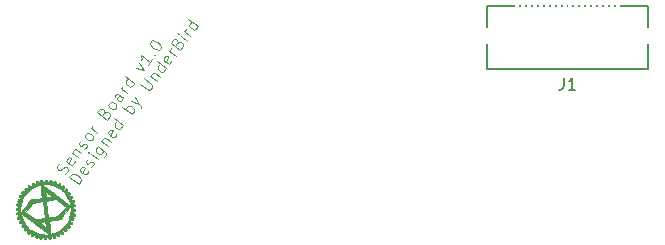
<source format=gto>
G04 #@! TF.GenerationSoftware,KiCad,Pcbnew,(5.1.6)-1*
G04 #@! TF.CreationDate,2021-05-12T18:04:34+09:00*
G04 #@! TF.ProjectId,FollowingSensor1.0,466f6c6c-6f77-4696-9e67-53656e736f72,rev?*
G04 #@! TF.SameCoordinates,Original*
G04 #@! TF.FileFunction,Legend,Top*
G04 #@! TF.FilePolarity,Positive*
%FSLAX46Y46*%
G04 Gerber Fmt 4.6, Leading zero omitted, Abs format (unit mm)*
G04 Created by KiCad (PCBNEW (5.1.6)-1) date 2021-05-12 18:04:34*
%MOMM*%
%LPD*%
G01*
G04 APERTURE LIST*
%ADD10C,0.100000*%
%ADD11C,0.010000*%
%ADD12C,0.150000*%
%ADD13R,0.400000X1.100000*%
%ADD14R,2.100000X1.400000*%
G04 APERTURE END LIST*
D10*
X108617504Y-94365575D02*
X107818868Y-93763760D01*
X107962158Y-93573609D01*
X108086162Y-93488176D01*
X108219538Y-93469431D01*
X108324256Y-93488717D01*
X108505035Y-93565318D01*
X108619126Y-93651291D01*
X108742589Y-93803953D01*
X108789992Y-93899299D01*
X108808737Y-94032675D01*
X108760793Y-94175424D01*
X108617504Y-94365575D01*
X109410552Y-93234040D02*
X109391266Y-93338758D01*
X109276635Y-93490879D01*
X109181289Y-93538282D01*
X109076570Y-93518997D01*
X108772328Y-93289734D01*
X108724926Y-93194388D01*
X108744211Y-93089669D01*
X108858842Y-92937548D01*
X108954188Y-92890146D01*
X109058907Y-92909431D01*
X109134967Y-92966747D01*
X108924449Y-93404365D01*
X109668472Y-92891768D02*
X109763818Y-92844365D01*
X109878450Y-92692244D01*
X109897735Y-92587525D01*
X109850332Y-92492179D01*
X109812302Y-92463522D01*
X109707584Y-92444236D01*
X109612238Y-92491639D01*
X109526264Y-92605730D01*
X109430918Y-92653132D01*
X109326200Y-92633847D01*
X109288170Y-92605189D01*
X109240767Y-92509843D01*
X109260052Y-92405125D01*
X109346026Y-92291034D01*
X109441372Y-92243631D01*
X110222344Y-92235881D02*
X109689920Y-91834671D01*
X109423708Y-91634066D02*
X109433081Y-91700754D01*
X109499769Y-91691381D01*
X109490397Y-91624693D01*
X109423708Y-91634066D01*
X109499769Y-91691381D01*
X110234420Y-91112096D02*
X110880934Y-91599279D01*
X110928337Y-91694625D01*
X110937709Y-91761313D01*
X110918424Y-91866032D01*
X110832450Y-91980122D01*
X110737104Y-92027525D01*
X110728813Y-91484648D02*
X110709528Y-91589366D01*
X110594896Y-91741487D01*
X110499550Y-91788890D01*
X110432862Y-91798262D01*
X110328144Y-91778977D01*
X110099962Y-91607030D01*
X110052559Y-91511684D01*
X110043187Y-91444996D01*
X110062472Y-91340277D01*
X110177104Y-91188156D01*
X110272450Y-91140753D01*
X110520998Y-90731793D02*
X111053422Y-91133003D01*
X110597059Y-90789109D02*
X110587686Y-90722421D01*
X110606972Y-90617702D01*
X110692945Y-90503611D01*
X110788291Y-90456209D01*
X110893010Y-90475494D01*
X111311343Y-90790731D01*
X111789154Y-90077528D02*
X111769868Y-90182246D01*
X111655237Y-90334368D01*
X111559891Y-90381770D01*
X111455173Y-90362485D01*
X111150930Y-90133222D01*
X111103528Y-90037876D01*
X111122813Y-89933158D01*
X111237445Y-89781036D01*
X111332791Y-89733634D01*
X111437509Y-89752919D01*
X111513570Y-89810235D01*
X111303052Y-90247853D01*
X112371683Y-89383611D02*
X111573048Y-88781796D01*
X112333653Y-89354953D02*
X112314368Y-89459671D01*
X112199736Y-89611793D01*
X112104390Y-89659195D01*
X112037702Y-89668568D01*
X111932984Y-89649282D01*
X111704802Y-89477335D01*
X111657399Y-89381989D01*
X111648027Y-89315301D01*
X111667313Y-89210583D01*
X111781944Y-89058461D01*
X111877290Y-89011059D01*
X113116788Y-88394824D02*
X112318152Y-87793009D01*
X112622394Y-88022272D02*
X112641680Y-87917554D01*
X112756311Y-87765433D01*
X112851657Y-87718030D01*
X112918345Y-87708657D01*
X113023064Y-87727943D01*
X113251245Y-87899890D01*
X113298648Y-87995236D01*
X113308020Y-88061924D01*
X113288735Y-88166643D01*
X113174103Y-88318764D01*
X113078757Y-88366166D01*
X113071548Y-87347100D02*
X113747261Y-87558158D01*
X113358126Y-86966797D02*
X113747261Y-87558158D01*
X113880096Y-87777508D01*
X113889469Y-87844196D01*
X113870183Y-87948915D01*
X113779703Y-85853466D02*
X114426217Y-86340649D01*
X114530936Y-86359935D01*
X114597624Y-86350562D01*
X114692970Y-86303160D01*
X114807601Y-86151039D01*
X114826887Y-86046320D01*
X114817514Y-85979632D01*
X114770112Y-85884286D01*
X114123597Y-85397103D01*
X114676388Y-85217405D02*
X115208811Y-85618615D01*
X114752448Y-85274721D02*
X114743076Y-85208033D01*
X114762361Y-85103314D01*
X114848335Y-84989223D01*
X114943681Y-84941821D01*
X115048399Y-84961106D01*
X115466732Y-85276343D01*
X116011231Y-84553768D02*
X115212596Y-83951953D01*
X115973201Y-84525110D02*
X115953916Y-84629828D01*
X115839284Y-84781949D01*
X115743938Y-84829352D01*
X115677250Y-84838724D01*
X115572532Y-84819439D01*
X115344350Y-84647492D01*
X115296947Y-84552146D01*
X115287575Y-84485458D01*
X115306861Y-84380739D01*
X115421492Y-84228618D01*
X115516838Y-84181215D01*
X116489043Y-83840565D02*
X116469757Y-83945283D01*
X116355126Y-84097404D01*
X116259780Y-84144807D01*
X116155061Y-84125522D01*
X115850819Y-83896259D01*
X115803417Y-83800913D01*
X115822702Y-83696194D01*
X115937333Y-83544073D01*
X116032679Y-83496671D01*
X116137398Y-83515956D01*
X116213458Y-83573272D01*
X116002940Y-84010890D01*
X116813651Y-83488920D02*
X116281228Y-83087710D01*
X116433349Y-83202342D02*
X116385946Y-83106996D01*
X116376574Y-83040308D01*
X116395859Y-82935589D01*
X116453175Y-82859529D01*
X116968476Y-82413079D02*
X117092480Y-82327646D01*
X117159168Y-82318273D01*
X117263886Y-82337559D01*
X117377977Y-82423532D01*
X117425379Y-82518878D01*
X117434752Y-82585566D01*
X117415466Y-82690285D01*
X117186204Y-82994527D01*
X116387568Y-82392712D01*
X116588173Y-82126500D01*
X116683519Y-82079097D01*
X116750207Y-82069725D01*
X116854926Y-82089010D01*
X116930986Y-82146326D01*
X116978389Y-82241672D01*
X116987761Y-82308360D01*
X116968476Y-82413079D01*
X116767871Y-82679290D01*
X117788019Y-82195891D02*
X117255595Y-81794681D01*
X116989383Y-81594076D02*
X116998755Y-81660764D01*
X117065444Y-81651392D01*
X117056071Y-81584704D01*
X116989383Y-81594076D01*
X117065444Y-81651392D01*
X118074597Y-81815589D02*
X117542173Y-81414379D01*
X117694295Y-81529010D02*
X117646892Y-81433664D01*
X117637519Y-81366976D01*
X117656805Y-81262258D01*
X117714121Y-81186197D01*
X118705070Y-80978923D02*
X117906435Y-80377108D01*
X118667040Y-80950265D02*
X118647754Y-81054983D01*
X118533123Y-81207105D01*
X118437777Y-81254507D01*
X118371089Y-81263880D01*
X118266370Y-81244594D01*
X118038189Y-81072647D01*
X117990786Y-80977301D01*
X117981414Y-80910613D01*
X118000699Y-80805895D01*
X118115331Y-80653773D01*
X118210677Y-80606371D01*
X107433037Y-93538030D02*
X107557041Y-93452597D01*
X107700330Y-93262446D01*
X107719616Y-93157727D01*
X107710243Y-93091039D01*
X107662841Y-92995693D01*
X107586780Y-92938378D01*
X107482062Y-92919092D01*
X107415374Y-92928464D01*
X107320028Y-92975867D01*
X107167366Y-93099330D01*
X107072020Y-93146733D01*
X107005332Y-93156105D01*
X106900613Y-93136820D01*
X106824553Y-93079504D01*
X106777150Y-92984158D01*
X106767778Y-92917470D01*
X106787063Y-92812752D01*
X106930353Y-92622600D01*
X107054356Y-92537167D01*
X108264115Y-92435152D02*
X108244830Y-92539871D01*
X108130198Y-92691992D01*
X108034852Y-92739394D01*
X107930134Y-92720109D01*
X107625892Y-92490846D01*
X107578489Y-92395500D01*
X107597774Y-92290782D01*
X107712406Y-92138661D01*
X107807752Y-92091258D01*
X107912470Y-92110543D01*
X107988531Y-92167859D01*
X107778013Y-92605478D01*
X108056300Y-91682298D02*
X108588724Y-92083508D01*
X108132361Y-91739613D02*
X108122988Y-91672925D01*
X108142274Y-91568207D01*
X108228247Y-91454116D01*
X108323593Y-91406713D01*
X108428312Y-91425999D01*
X108846645Y-91741235D01*
X109066535Y-91370305D02*
X109161881Y-91322902D01*
X109276512Y-91170781D01*
X109295798Y-91066063D01*
X109248395Y-90970717D01*
X109210365Y-90942059D01*
X109105647Y-90922774D01*
X109010301Y-90970176D01*
X108924327Y-91084267D01*
X108828981Y-91131670D01*
X108724263Y-91112384D01*
X108686232Y-91083726D01*
X108638830Y-90988380D01*
X108658115Y-90883662D01*
X108744089Y-90769571D01*
X108839435Y-90722169D01*
X109706380Y-90600327D02*
X109611034Y-90647730D01*
X109544346Y-90657102D01*
X109439628Y-90637817D01*
X109211446Y-90465870D01*
X109164044Y-90370524D01*
X109154671Y-90303836D01*
X109173957Y-90199117D01*
X109259930Y-90085027D01*
X109355276Y-90037624D01*
X109421964Y-90028251D01*
X109526683Y-90047537D01*
X109754864Y-90219484D01*
X109802267Y-90314830D01*
X109811639Y-90381518D01*
X109792354Y-90486237D01*
X109706380Y-90600327D01*
X110164906Y-89991843D02*
X109632482Y-89590633D01*
X109784603Y-89705265D02*
X109737201Y-89609919D01*
X109727828Y-89543230D01*
X109747114Y-89438512D01*
X109804429Y-89362452D01*
X110778256Y-88307517D02*
X110902260Y-88222084D01*
X110968948Y-88212712D01*
X111073666Y-88231997D01*
X111187757Y-88317971D01*
X111235160Y-88413317D01*
X111244532Y-88480005D01*
X111225247Y-88584723D01*
X110995984Y-88888966D01*
X110197348Y-88287151D01*
X110397953Y-88020939D01*
X110493299Y-87973536D01*
X110559987Y-87964164D01*
X110664706Y-87983449D01*
X110740766Y-88040765D01*
X110788169Y-88136111D01*
X110797541Y-88202799D01*
X110778256Y-88307517D01*
X110577651Y-88573729D01*
X111683772Y-87976239D02*
X111588427Y-88023642D01*
X111521738Y-88033014D01*
X111417020Y-88013729D01*
X111188838Y-87841782D01*
X111141436Y-87746436D01*
X111132063Y-87679748D01*
X111151349Y-87575029D01*
X111237322Y-87460938D01*
X111332668Y-87413536D01*
X111399356Y-87404163D01*
X111504075Y-87423449D01*
X111732256Y-87595396D01*
X111779659Y-87690742D01*
X111789032Y-87757430D01*
X111769746Y-87862148D01*
X111683772Y-87976239D01*
X112400219Y-87025483D02*
X111981886Y-86710246D01*
X111877168Y-86690961D01*
X111781822Y-86738363D01*
X111667190Y-86890484D01*
X111647905Y-86995203D01*
X112362189Y-86996825D02*
X112342903Y-87101543D01*
X112199614Y-87291695D01*
X112104268Y-87339097D01*
X111999550Y-87319812D01*
X111923489Y-87262496D01*
X111876086Y-87167150D01*
X111895372Y-87062432D01*
X112038661Y-86872280D01*
X112057947Y-86767562D01*
X112686798Y-86645180D02*
X112154374Y-86243970D01*
X112306495Y-86358601D02*
X112259092Y-86263255D01*
X112249720Y-86196567D01*
X112269005Y-86091849D01*
X112326321Y-86015788D01*
X113317270Y-85808514D02*
X112518635Y-85206699D01*
X113279240Y-85779856D02*
X113259955Y-85884575D01*
X113145323Y-86036696D01*
X113049977Y-86084099D01*
X112983289Y-86093471D01*
X112878571Y-86074185D01*
X112650389Y-85902238D01*
X112602987Y-85806892D01*
X112593614Y-85740204D01*
X112612900Y-85635486D01*
X112727531Y-85483365D01*
X112822877Y-85435962D01*
X113472635Y-84494578D02*
X114148348Y-84705637D01*
X113759214Y-84114275D01*
X114836137Y-83792910D02*
X114492243Y-84249274D01*
X114664190Y-84021092D02*
X113865554Y-83419277D01*
X113922329Y-83581311D01*
X113941074Y-83714687D01*
X113921789Y-83819406D01*
X115017997Y-83393322D02*
X115084685Y-83383950D01*
X115094058Y-83450638D01*
X115027370Y-83460010D01*
X115017997Y-83393322D01*
X115094058Y-83450638D01*
X114696632Y-82316399D02*
X114753948Y-82240339D01*
X114849294Y-82192936D01*
X114915982Y-82183564D01*
X115020700Y-82202849D01*
X115201479Y-82279450D01*
X115391631Y-82422740D01*
X115515094Y-82575401D01*
X115562496Y-82670747D01*
X115571869Y-82737435D01*
X115552583Y-82842154D01*
X115495268Y-82918214D01*
X115399922Y-82965617D01*
X115333234Y-82974989D01*
X115228515Y-82955704D01*
X115047736Y-82879103D01*
X114857585Y-82735813D01*
X114734122Y-82583152D01*
X114686719Y-82487806D01*
X114677347Y-82421118D01*
X114696632Y-82316399D01*
D11*
G36*
X103955158Y-94971586D02*
G01*
X103999870Y-94986136D01*
X104032201Y-94994975D01*
X104055110Y-94998152D01*
X104071558Y-94995715D01*
X104084506Y-94987718D01*
X104096911Y-94974206D01*
X104097102Y-94973970D01*
X104100581Y-94965653D01*
X104099525Y-94952679D01*
X104093151Y-94932576D01*
X104080682Y-94902879D01*
X104061715Y-94861914D01*
X104044321Y-94824754D01*
X104029662Y-94792608D01*
X104019105Y-94768530D01*
X104014015Y-94755577D01*
X104013776Y-94754613D01*
X104018740Y-94745954D01*
X104032567Y-94729713D01*
X104051908Y-94709237D01*
X104073417Y-94687871D01*
X104093743Y-94668961D01*
X104109539Y-94655854D01*
X104116659Y-94651795D01*
X104125425Y-94655179D01*
X104145819Y-94664972D01*
X104175057Y-94679785D01*
X104210355Y-94698228D01*
X104221334Y-94704061D01*
X104320748Y-94757065D01*
X104339513Y-94740351D01*
X104355038Y-94725668D01*
X104364592Y-94715259D01*
X104364328Y-94705212D01*
X104359915Y-94682796D01*
X104352223Y-94651242D01*
X104342117Y-94613780D01*
X104330466Y-94573644D01*
X104318138Y-94534063D01*
X104307347Y-94502060D01*
X104312244Y-94493733D01*
X104328112Y-94478701D01*
X104352299Y-94459359D01*
X104364607Y-94450308D01*
X104424862Y-94407037D01*
X104517363Y-94476689D01*
X104609864Y-94546342D01*
X104638881Y-94529787D01*
X104667897Y-94513232D01*
X104652620Y-94398071D01*
X104637342Y-94282912D01*
X104705093Y-94249417D01*
X104737704Y-94233816D01*
X104759130Y-94225322D01*
X104772556Y-94223161D01*
X104781163Y-94226561D01*
X104784648Y-94230096D01*
X104794971Y-94241485D01*
X104813962Y-94261559D01*
X104838779Y-94287339D01*
X104862720Y-94311911D01*
X104928988Y-94379551D01*
X104958437Y-94372026D01*
X104978697Y-94365851D01*
X104990857Y-94360280D01*
X104991730Y-94359468D01*
X104993247Y-94349859D01*
X104994738Y-94327003D01*
X104996057Y-94294042D01*
X104997055Y-94254116D01*
X104997258Y-94242005D01*
X104998942Y-94129576D01*
X105047838Y-94113639D01*
X105077904Y-94104064D01*
X105104940Y-94095832D01*
X105119114Y-94091807D01*
X105141494Y-94085910D01*
X105273939Y-94270812D01*
X105301931Y-94267766D01*
X105323078Y-94263023D01*
X105336736Y-94255604D01*
X105337286Y-94254949D01*
X105341294Y-94243517D01*
X105346979Y-94219271D01*
X105353623Y-94185607D01*
X105360514Y-94145923D01*
X105361471Y-94139999D01*
X105378293Y-94034819D01*
X105454000Y-94024207D01*
X105529708Y-94013596D01*
X105576846Y-94110673D01*
X105594591Y-94147168D01*
X105609749Y-94178247D01*
X105620889Y-94200983D01*
X105626583Y-94212455D01*
X105626931Y-94213120D01*
X105636131Y-94215788D01*
X105655656Y-94216034D01*
X105664071Y-94215458D01*
X105698266Y-94212429D01*
X105730829Y-94114334D01*
X105743877Y-94076052D01*
X105755782Y-94042983D01*
X105765282Y-94018508D01*
X105771116Y-94006012D01*
X105771358Y-94005670D01*
X105782276Y-94001526D01*
X105804675Y-93998593D01*
X105833680Y-93996958D01*
X105864423Y-93996713D01*
X105892034Y-93997944D01*
X105911642Y-94000740D01*
X105917303Y-94003016D01*
X105922016Y-94012326D01*
X105930253Y-94034298D01*
X105940938Y-94065867D01*
X105953002Y-94103964D01*
X105955781Y-94113075D01*
X105987615Y-94218128D01*
X106020205Y-94221279D01*
X106041149Y-94223342D01*
X106053467Y-94224625D01*
X106054613Y-94224771D01*
X106058884Y-94218106D01*
X106069198Y-94199690D01*
X106084027Y-94172305D01*
X106101845Y-94138734D01*
X106102654Y-94137195D01*
X106121514Y-94101789D01*
X106138428Y-94070878D01*
X106151517Y-94047846D01*
X106158786Y-94036225D01*
X106168785Y-94030267D01*
X106187965Y-94028919D01*
X106218924Y-94032164D01*
X106240652Y-94035681D01*
X106312612Y-94048190D01*
X106328574Y-94161760D01*
X106344535Y-94275331D01*
X106407560Y-94291423D01*
X106545321Y-94108608D01*
X106608789Y-94129943D01*
X106639273Y-94140559D01*
X106663855Y-94149804D01*
X106678271Y-94156051D01*
X106679873Y-94157017D01*
X106682570Y-94166891D01*
X106684682Y-94189987D01*
X106686036Y-94223146D01*
X106686457Y-94263208D01*
X106686382Y-94275514D01*
X106686609Y-94326475D01*
X106688518Y-94362160D01*
X106692210Y-94383611D01*
X106697787Y-94391861D01*
X106697847Y-94391878D01*
X106713947Y-94398551D01*
X106718141Y-94401145D01*
X106729303Y-94406729D01*
X106741813Y-94406225D01*
X106757780Y-94398365D01*
X106779314Y-94381884D01*
X106808523Y-94355513D01*
X106832915Y-94332186D01*
X106912318Y-94255306D01*
X106960650Y-94279345D01*
X106993998Y-94295925D01*
X107017146Y-94309152D01*
X107031393Y-94322271D01*
X107038035Y-94338526D01*
X107038373Y-94361162D01*
X107033704Y-94393423D01*
X107025327Y-94438554D01*
X107025024Y-94440190D01*
X107004547Y-94550438D01*
X107033773Y-94569012D01*
X107063000Y-94587585D01*
X107157861Y-94521450D01*
X107252722Y-94455318D01*
X107372129Y-94545297D01*
X107333496Y-94653677D01*
X107294864Y-94762057D01*
X107321714Y-94785866D01*
X107348565Y-94809674D01*
X107448897Y-94759602D01*
X107489940Y-94739087D01*
X107519492Y-94725551D01*
X107541002Y-94719243D01*
X107557918Y-94720404D01*
X107573687Y-94729281D01*
X107591757Y-94746120D01*
X107615577Y-94771166D01*
X107615872Y-94771474D01*
X107639250Y-94798221D01*
X107650191Y-94816637D01*
X107650676Y-94825914D01*
X107644958Y-94837948D01*
X107633100Y-94860905D01*
X107616896Y-94891365D01*
X107600122Y-94922291D01*
X107582158Y-94956453D01*
X107567843Y-94986232D01*
X107558713Y-95008248D01*
X107556212Y-95018703D01*
X107562760Y-95033537D01*
X107575994Y-95051193D01*
X107576068Y-95051276D01*
X107583829Y-95058881D01*
X107592256Y-95063237D01*
X107604176Y-95064044D01*
X107622410Y-95060999D01*
X107649785Y-95053804D01*
X107689122Y-95042156D01*
X107704029Y-95037642D01*
X107813931Y-95004309D01*
X107856860Y-95066865D01*
X107899788Y-95129419D01*
X107762098Y-95312140D01*
X107778479Y-95340149D01*
X107794862Y-95368157D01*
X108019977Y-95336951D01*
X108053180Y-95402092D01*
X108069162Y-95436245D01*
X108078159Y-95461753D01*
X108079352Y-95476211D01*
X108078740Y-95477373D01*
X108070117Y-95486706D01*
X108052172Y-95504765D01*
X108027476Y-95529003D01*
X107998598Y-95556873D01*
X107996747Y-95558645D01*
X107968641Y-95585796D01*
X107945503Y-95608647D01*
X107929558Y-95624960D01*
X107923041Y-95632496D01*
X107922996Y-95632694D01*
X107926149Y-95641425D01*
X107933244Y-95659505D01*
X107935583Y-95665330D01*
X107947571Y-95695049D01*
X108057677Y-95696961D01*
X108098552Y-95697931D01*
X108133324Y-95699245D01*
X108158816Y-95700747D01*
X108171854Y-95702282D01*
X108172772Y-95702634D01*
X108178680Y-95712785D01*
X108186887Y-95733730D01*
X108196012Y-95760929D01*
X108204677Y-95789842D01*
X108211504Y-95815928D01*
X108215113Y-95834648D01*
X108214843Y-95841171D01*
X108206434Y-95848336D01*
X108187311Y-95862917D01*
X108160168Y-95882907D01*
X108127697Y-95906299D01*
X108121832Y-95910475D01*
X108034267Y-95972732D01*
X108038785Y-96005103D01*
X108043303Y-96037473D01*
X108157156Y-96058619D01*
X108271008Y-96079765D01*
X108281673Y-96153261D01*
X108292336Y-96226757D01*
X108083531Y-96330338D01*
X108088848Y-96363078D01*
X108094167Y-96395818D01*
X108193251Y-96431359D01*
X108231329Y-96444980D01*
X108264101Y-96456631D01*
X108288331Y-96465167D01*
X108300777Y-96469440D01*
X108301336Y-96469615D01*
X108304870Y-96478345D01*
X108307307Y-96499421D01*
X108308518Y-96528835D01*
X108308379Y-96562575D01*
X108306763Y-96596628D01*
X108305719Y-96608983D01*
X108297581Y-96616101D01*
X108275437Y-96626455D01*
X108241176Y-96639269D01*
X108196682Y-96653770D01*
X108196393Y-96653859D01*
X108088189Y-96687164D01*
X108083388Y-96718551D01*
X108083050Y-96741487D01*
X108088621Y-96757158D01*
X108090257Y-96758733D01*
X108102037Y-96766049D01*
X108124596Y-96778894D01*
X108154177Y-96795230D01*
X108187022Y-96813020D01*
X108219376Y-96830225D01*
X108247482Y-96844806D01*
X108264789Y-96853409D01*
X108274208Y-96859088D01*
X108279247Y-96867253D01*
X108280193Y-96881378D01*
X108277331Y-96904941D01*
X108271700Y-96937298D01*
X108258217Y-97011437D01*
X108143313Y-97028498D01*
X108028410Y-97045560D01*
X108019715Y-97077480D01*
X108011020Y-97109401D01*
X108196313Y-97249029D01*
X108172292Y-97318943D01*
X108161358Y-97349737D01*
X108152213Y-97373595D01*
X108146218Y-97387051D01*
X108144851Y-97388797D01*
X108135845Y-97388618D01*
X108113594Y-97388168D01*
X108081238Y-97387513D01*
X108041917Y-97386715D01*
X108032807Y-97386530D01*
X107992077Y-97386316D01*
X107957315Y-97387287D01*
X107931766Y-97389268D01*
X107918680Y-97392085D01*
X107917833Y-97392747D01*
X107909860Y-97405873D01*
X107900580Y-97423841D01*
X107889674Y-97446511D01*
X107968117Y-97527910D01*
X107996610Y-97558236D01*
X108020342Y-97584947D01*
X108037248Y-97605606D01*
X108045264Y-97617777D01*
X108045631Y-97619364D01*
X108041210Y-97631607D01*
X108030812Y-97652478D01*
X108021388Y-97669323D01*
X108006993Y-97694779D01*
X107995327Y-97716849D01*
X107990923Y-97726144D01*
X107986453Y-97732604D01*
X107977974Y-97736254D01*
X107962915Y-97737063D01*
X107938708Y-97735001D01*
X107902784Y-97730038D01*
X107868554Y-97724704D01*
X107823125Y-97717617D01*
X107791035Y-97713298D01*
X107769459Y-97711803D01*
X107755574Y-97713187D01*
X107746557Y-97717509D01*
X107739584Y-97724825D01*
X107737686Y-97727321D01*
X107726528Y-97745212D01*
X107721669Y-97758781D01*
X107721669Y-97758786D01*
X107726050Y-97769084D01*
X107738292Y-97789790D01*
X107756610Y-97818063D01*
X107779217Y-97851063D01*
X107783421Y-97857025D01*
X107845540Y-97944776D01*
X107802401Y-98005924D01*
X107782688Y-98032700D01*
X107765957Y-98053296D01*
X107754694Y-98064745D01*
X107751911Y-98066118D01*
X107741691Y-98063231D01*
X107719279Y-98056071D01*
X107687973Y-98045713D01*
X107651071Y-98033235D01*
X107650727Y-98033117D01*
X107613076Y-98020654D01*
X107580228Y-98010511D01*
X107555750Y-98003743D01*
X107543301Y-98001400D01*
X107529418Y-98008411D01*
X107514673Y-98025676D01*
X107514266Y-98026316D01*
X107508310Y-98036936D01*
X107505691Y-98047282D01*
X107507161Y-98060310D01*
X107513472Y-98078976D01*
X107525374Y-98106232D01*
X107543618Y-98145034D01*
X107545416Y-98148813D01*
X107562746Y-98185505D01*
X107577272Y-98216777D01*
X107587656Y-98239711D01*
X107592560Y-98251388D01*
X107592767Y-98252125D01*
X107587630Y-98259721D01*
X107573707Y-98275058D01*
X107554343Y-98294860D01*
X107532882Y-98315849D01*
X107512670Y-98334748D01*
X107497050Y-98348280D01*
X107489637Y-98353169D01*
X107480859Y-98349795D01*
X107460448Y-98340026D01*
X107431193Y-98325249D01*
X107395883Y-98306853D01*
X107385025Y-98301102D01*
X107285692Y-98248292D01*
X107259688Y-98270840D01*
X107233684Y-98293388D01*
X107265487Y-98397407D01*
X107277233Y-98436529D01*
X107286911Y-98470121D01*
X107293643Y-98495023D01*
X107296547Y-98508082D01*
X107296590Y-98509002D01*
X107289968Y-98516826D01*
X107272908Y-98531158D01*
X107248593Y-98549396D01*
X107238168Y-98556772D01*
X107180447Y-98596963D01*
X106995234Y-98457395D01*
X106966946Y-98474551D01*
X106938659Y-98491708D01*
X106953930Y-98606863D01*
X106969202Y-98722018D01*
X106901897Y-98755293D01*
X106870073Y-98770774D01*
X106849319Y-98779488D01*
X106836056Y-98782013D01*
X106826709Y-98778931D01*
X106817699Y-98770823D01*
X106816155Y-98769208D01*
X106802122Y-98754454D01*
X106780650Y-98731862D01*
X106755587Y-98705477D01*
X106746239Y-98695631D01*
X106716262Y-98664358D01*
X106694805Y-98643525D01*
X106679192Y-98631610D01*
X106666745Y-98627091D01*
X106654787Y-98628448D01*
X106640635Y-98634159D01*
X106639194Y-98634820D01*
X106610067Y-98648215D01*
X106608066Y-98752431D01*
X106607211Y-98792774D01*
X106606323Y-98827557D01*
X106605501Y-98853286D01*
X106604847Y-98866467D01*
X106604795Y-98866955D01*
X106597099Y-98873195D01*
X106577815Y-98882444D01*
X106551087Y-98893131D01*
X106521061Y-98903686D01*
X106491883Y-98912538D01*
X106471581Y-98917410D01*
X106463979Y-98911681D01*
X106449109Y-98894798D01*
X106428915Y-98869153D01*
X106405344Y-98837144D01*
X106397864Y-98826599D01*
X106332800Y-98734097D01*
X106304710Y-98737154D01*
X106283795Y-98741601D01*
X106270576Y-98748327D01*
X106270006Y-98748987D01*
X106266132Y-98759970D01*
X106260220Y-98783793D01*
X106253023Y-98817146D01*
X106245287Y-98856720D01*
X106243863Y-98864432D01*
X106224331Y-98971102D01*
X106150739Y-98981109D01*
X106077147Y-98991118D01*
X106025439Y-98887504D01*
X105973729Y-98783890D01*
X105941368Y-98788470D01*
X105909006Y-98793049D01*
X105873296Y-98894384D01*
X105859607Y-98932705D01*
X105847562Y-98965449D01*
X105838334Y-98989494D01*
X105833098Y-99001717D01*
X105832684Y-99002403D01*
X105822777Y-99005287D01*
X105801308Y-99007061D01*
X105773062Y-99007757D01*
X105742820Y-99007406D01*
X105715371Y-99006039D01*
X105695495Y-99003687D01*
X105688644Y-99001464D01*
X105683782Y-98992052D01*
X105675435Y-98970052D01*
X105664712Y-98938600D01*
X105652728Y-98900840D01*
X105650963Y-98895067D01*
X105636676Y-98849896D01*
X105624739Y-98818255D01*
X105613436Y-98797800D01*
X105601052Y-98786187D01*
X105585874Y-98781073D01*
X105566864Y-98780100D01*
X105559262Y-98780965D01*
X105552245Y-98784844D01*
X105544222Y-98793979D01*
X105533603Y-98810611D01*
X105518798Y-98836983D01*
X105498219Y-98875337D01*
X105494889Y-98881598D01*
X105473402Y-98920841D01*
X105455227Y-98951740D01*
X105441615Y-98972288D01*
X105433818Y-98980478D01*
X105433190Y-98980507D01*
X105421822Y-98978237D01*
X105398739Y-98974343D01*
X105368438Y-98969575D01*
X105360841Y-98968422D01*
X105296350Y-98958701D01*
X105279111Y-98844133D01*
X105261873Y-98729565D01*
X105230427Y-98721536D01*
X105198984Y-98713507D01*
X105061293Y-98896229D01*
X104917143Y-98848110D01*
X104918834Y-98732881D01*
X104919302Y-98687056D01*
X104918860Y-98654896D01*
X104917096Y-98633684D01*
X104913598Y-98620706D01*
X104907956Y-98613246D01*
X104899997Y-98608694D01*
X104881909Y-98601435D01*
X104867206Y-98598678D01*
X104853023Y-98601794D01*
X104836496Y-98612160D01*
X104814757Y-98631147D01*
X104784939Y-98660132D01*
X104777648Y-98667355D01*
X104749084Y-98695262D01*
X104724260Y-98718745D01*
X104705704Y-98735465D01*
X104695944Y-98743084D01*
X104695600Y-98743237D01*
X104684598Y-98741212D01*
X104663811Y-98733123D01*
X104637657Y-98721082D01*
X104610554Y-98707201D01*
X104586919Y-98693590D01*
X104575347Y-98685766D01*
X104569952Y-98678498D01*
X104567719Y-98665439D01*
X104568767Y-98644032D01*
X104573220Y-98611717D01*
X104581020Y-98566927D01*
X104600828Y-98458741D01*
X104543290Y-98415383D01*
X104448815Y-98482693D01*
X104354340Y-98550003D01*
X104290327Y-98501766D01*
X104517764Y-98199946D01*
X104614838Y-98267566D01*
X104710887Y-98326513D01*
X104877336Y-98414360D01*
X105047922Y-98486840D01*
X105221753Y-98544042D01*
X105397940Y-98586051D01*
X105575592Y-98612951D01*
X105753819Y-98624832D01*
X105931730Y-98621778D01*
X106108435Y-98603874D01*
X106283043Y-98571208D01*
X106454664Y-98523866D01*
X106622409Y-98461932D01*
X106785386Y-98385493D01*
X106942704Y-98294636D01*
X107093473Y-98189446D01*
X107221374Y-98083893D01*
X107354724Y-97954611D01*
X107475098Y-97816169D01*
X107581816Y-97669408D01*
X107667682Y-97527174D01*
X107752820Y-97355705D01*
X107821886Y-97181370D01*
X107874840Y-97004286D01*
X107911350Y-96826402D01*
X107932960Y-96640186D01*
X107938409Y-96455089D01*
X107927914Y-96271825D01*
X107901698Y-96091108D01*
X107859981Y-95913653D01*
X107802981Y-95740170D01*
X107730919Y-95571376D01*
X107644016Y-95407983D01*
X107542492Y-95250706D01*
X107426564Y-95100257D01*
X107353464Y-95017110D01*
X107327402Y-94989080D01*
X107304434Y-94965237D01*
X107282358Y-94943696D01*
X107258973Y-94922564D01*
X107232080Y-94899957D01*
X107199477Y-94873985D01*
X107158965Y-94842760D01*
X107108342Y-94804393D01*
X107085549Y-94787212D01*
X107030109Y-94745576D01*
X106985211Y-94712282D01*
X106948392Y-94685705D01*
X106917185Y-94664220D01*
X106889128Y-94646203D01*
X106861752Y-94630027D01*
X106832594Y-94614071D01*
X106799190Y-94596707D01*
X106787367Y-94590672D01*
X106615788Y-94512170D01*
X106440558Y-94449179D01*
X106262577Y-94401666D01*
X106082743Y-94369592D01*
X105901953Y-94352924D01*
X105721109Y-94351627D01*
X105541107Y-94365665D01*
X105362846Y-94395002D01*
X105187226Y-94439604D01*
X105015144Y-94499434D01*
X104847501Y-94574458D01*
X104685193Y-94664640D01*
X104670152Y-94673952D01*
X104517468Y-94778702D01*
X104376257Y-94894532D01*
X104246828Y-95020546D01*
X104129491Y-95155849D01*
X104024556Y-95299545D01*
X103932332Y-95450739D01*
X103853129Y-95608533D01*
X103787259Y-95772033D01*
X103735027Y-95940344D01*
X103696746Y-96112567D01*
X103672725Y-96287809D01*
X103663274Y-96465174D01*
X103668701Y-96643765D01*
X103689318Y-96822686D01*
X103725433Y-97001044D01*
X103777357Y-97177940D01*
X103791042Y-97216875D01*
X103861954Y-97388792D01*
X103947352Y-97553059D01*
X104047202Y-97709628D01*
X104161476Y-97858450D01*
X104290139Y-97999477D01*
X104333482Y-98042123D01*
X104425915Y-98126257D01*
X104517764Y-98199946D01*
X104290327Y-98501766D01*
X104234950Y-98460036D01*
X104272615Y-98349917D01*
X104310279Y-98239797D01*
X104254217Y-98197551D01*
X104154780Y-98246859D01*
X104055344Y-98296168D01*
X104016879Y-98260157D01*
X103989246Y-98234389D01*
X103970514Y-98215024D01*
X103960361Y-98198569D01*
X103958468Y-98181533D01*
X103964517Y-98160419D01*
X103978187Y-98131736D01*
X103999160Y-98091991D01*
X104001156Y-98088205D01*
X104020142Y-98052106D01*
X104036101Y-98021686D01*
X104047623Y-97999632D01*
X104053302Y-97988635D01*
X104053653Y-97987905D01*
X104049709Y-97978751D01*
X104037857Y-97964249D01*
X104022915Y-97949378D01*
X104009701Y-97939114D01*
X104004613Y-97937238D01*
X103992785Y-97939830D01*
X103968729Y-97946451D01*
X103935831Y-97956128D01*
X103897471Y-97967890D01*
X103893296Y-97969197D01*
X103793395Y-98000522D01*
X103750516Y-97940836D01*
X103707636Y-97881151D01*
X103775917Y-97786757D01*
X103844197Y-97692363D01*
X103827937Y-97664563D01*
X103811676Y-97636763D01*
X103696204Y-97652556D01*
X103580730Y-97668348D01*
X103550792Y-97602773D01*
X103535671Y-97567098D01*
X103528495Y-97543018D01*
X103528658Y-97528151D01*
X103530734Y-97524124D01*
X103540332Y-97513514D01*
X103559092Y-97494378D01*
X103584279Y-97469460D01*
X103612274Y-97442348D01*
X103639767Y-97415794D01*
X103662239Y-97393722D01*
X103677435Y-97378370D01*
X103683101Y-97371978D01*
X103683098Y-97371939D01*
X103679869Y-97364010D01*
X103672838Y-97346327D01*
X103670250Y-97339775D01*
X103658237Y-97309317D01*
X103548480Y-97307672D01*
X103507488Y-97306709D01*
X103472425Y-97305229D01*
X103446536Y-97303418D01*
X103433064Y-97301460D01*
X103432079Y-97301020D01*
X103424925Y-97289530D01*
X103416368Y-97267286D01*
X103407664Y-97238995D01*
X103400072Y-97209363D01*
X103394848Y-97183096D01*
X103393250Y-97164901D01*
X103394401Y-97159998D01*
X103403952Y-97151509D01*
X103424213Y-97136043D01*
X103452277Y-97115744D01*
X103485243Y-97092759D01*
X103487685Y-97091086D01*
X103573005Y-97032746D01*
X103560290Y-96966909D01*
X103335299Y-96925121D01*
X103324801Y-96850421D01*
X103314302Y-96775722D01*
X103411922Y-96729008D01*
X103455284Y-96707700D01*
X103485572Y-96690903D01*
X103504796Y-96676716D01*
X103514962Y-96663238D01*
X103518078Y-96648569D01*
X103516151Y-96630805D01*
X103516066Y-96630367D01*
X103513685Y-96621247D01*
X103508822Y-96613890D01*
X103498875Y-96606863D01*
X103481241Y-96598731D01*
X103453317Y-96588061D01*
X103412929Y-96573572D01*
X103374847Y-96560057D01*
X103342078Y-96548465D01*
X103317871Y-96539942D01*
X103305469Y-96535633D01*
X103304933Y-96535456D01*
X103301979Y-96526988D01*
X103299553Y-96506677D01*
X103297795Y-96479063D01*
X103296843Y-96448688D01*
X103296841Y-96420091D01*
X103297927Y-96397811D01*
X103300241Y-96386389D01*
X103300333Y-96386258D01*
X103308535Y-96382936D01*
X103329506Y-96375845D01*
X103360322Y-96365938D01*
X103398060Y-96354168D01*
X103409460Y-96350670D01*
X103516400Y-96317986D01*
X103521112Y-96290287D01*
X103522538Y-96268372D01*
X103519612Y-96252709D01*
X103519237Y-96252049D01*
X103509630Y-96244249D01*
X103488214Y-96230732D01*
X103457840Y-96213104D01*
X103421357Y-96192980D01*
X103381615Y-96171965D01*
X103341595Y-96151733D01*
X103332252Y-96145919D01*
X103327276Y-96137592D01*
X103326386Y-96123268D01*
X103329302Y-96099463D01*
X103334843Y-96067637D01*
X103348325Y-95993504D01*
X103460530Y-95977519D01*
X103572736Y-95961534D01*
X103583970Y-95928411D01*
X103595205Y-95895289D01*
X103408325Y-95754465D01*
X103433576Y-95685230D01*
X103445039Y-95654700D01*
X103454536Y-95631068D01*
X103460651Y-95617784D01*
X103461968Y-95616094D01*
X103470867Y-95616287D01*
X103493029Y-95616748D01*
X103525338Y-95617411D01*
X103564674Y-95618214D01*
X103574397Y-95618411D01*
X103683682Y-95620628D01*
X103699528Y-95590353D01*
X103709263Y-95571320D01*
X103714693Y-95559868D01*
X103715115Y-95558570D01*
X103709666Y-95552465D01*
X103694904Y-95536770D01*
X103672905Y-95513674D01*
X103645751Y-95485369D01*
X103637496Y-95476796D01*
X103609155Y-95447076D01*
X103585364Y-95421530D01*
X103568232Y-95402470D01*
X103559872Y-95392207D01*
X103559393Y-95391251D01*
X103562496Y-95382287D01*
X103571062Y-95363171D01*
X103582955Y-95338266D01*
X103596035Y-95311937D01*
X103608165Y-95288548D01*
X103617206Y-95272465D01*
X103618771Y-95270042D01*
X103628395Y-95268412D01*
X103651105Y-95269371D01*
X103683847Y-95272656D01*
X103723568Y-95278005D01*
X103738713Y-95280341D01*
X103785519Y-95287430D01*
X103818775Y-95291395D01*
X103841003Y-95292312D01*
X103854728Y-95290250D01*
X103862469Y-95285281D01*
X103863567Y-95283881D01*
X103873269Y-95268142D01*
X103877530Y-95253477D01*
X103875490Y-95237056D01*
X103866289Y-95216040D01*
X103849065Y-95187595D01*
X103822958Y-95148886D01*
X103822287Y-95147912D01*
X103761438Y-95059577D01*
X103853473Y-94937442D01*
X103955158Y-94971586D01*
G37*
X103955158Y-94971586D02*
X103999870Y-94986136D01*
X104032201Y-94994975D01*
X104055110Y-94998152D01*
X104071558Y-94995715D01*
X104084506Y-94987718D01*
X104096911Y-94974206D01*
X104097102Y-94973970D01*
X104100581Y-94965653D01*
X104099525Y-94952679D01*
X104093151Y-94932576D01*
X104080682Y-94902879D01*
X104061715Y-94861914D01*
X104044321Y-94824754D01*
X104029662Y-94792608D01*
X104019105Y-94768530D01*
X104014015Y-94755577D01*
X104013776Y-94754613D01*
X104018740Y-94745954D01*
X104032567Y-94729713D01*
X104051908Y-94709237D01*
X104073417Y-94687871D01*
X104093743Y-94668961D01*
X104109539Y-94655854D01*
X104116659Y-94651795D01*
X104125425Y-94655179D01*
X104145819Y-94664972D01*
X104175057Y-94679785D01*
X104210355Y-94698228D01*
X104221334Y-94704061D01*
X104320748Y-94757065D01*
X104339513Y-94740351D01*
X104355038Y-94725668D01*
X104364592Y-94715259D01*
X104364328Y-94705212D01*
X104359915Y-94682796D01*
X104352223Y-94651242D01*
X104342117Y-94613780D01*
X104330466Y-94573644D01*
X104318138Y-94534063D01*
X104307347Y-94502060D01*
X104312244Y-94493733D01*
X104328112Y-94478701D01*
X104352299Y-94459359D01*
X104364607Y-94450308D01*
X104424862Y-94407037D01*
X104517363Y-94476689D01*
X104609864Y-94546342D01*
X104638881Y-94529787D01*
X104667897Y-94513232D01*
X104652620Y-94398071D01*
X104637342Y-94282912D01*
X104705093Y-94249417D01*
X104737704Y-94233816D01*
X104759130Y-94225322D01*
X104772556Y-94223161D01*
X104781163Y-94226561D01*
X104784648Y-94230096D01*
X104794971Y-94241485D01*
X104813962Y-94261559D01*
X104838779Y-94287339D01*
X104862720Y-94311911D01*
X104928988Y-94379551D01*
X104958437Y-94372026D01*
X104978697Y-94365851D01*
X104990857Y-94360280D01*
X104991730Y-94359468D01*
X104993247Y-94349859D01*
X104994738Y-94327003D01*
X104996057Y-94294042D01*
X104997055Y-94254116D01*
X104997258Y-94242005D01*
X104998942Y-94129576D01*
X105047838Y-94113639D01*
X105077904Y-94104064D01*
X105104940Y-94095832D01*
X105119114Y-94091807D01*
X105141494Y-94085910D01*
X105273939Y-94270812D01*
X105301931Y-94267766D01*
X105323078Y-94263023D01*
X105336736Y-94255604D01*
X105337286Y-94254949D01*
X105341294Y-94243517D01*
X105346979Y-94219271D01*
X105353623Y-94185607D01*
X105360514Y-94145923D01*
X105361471Y-94139999D01*
X105378293Y-94034819D01*
X105454000Y-94024207D01*
X105529708Y-94013596D01*
X105576846Y-94110673D01*
X105594591Y-94147168D01*
X105609749Y-94178247D01*
X105620889Y-94200983D01*
X105626583Y-94212455D01*
X105626931Y-94213120D01*
X105636131Y-94215788D01*
X105655656Y-94216034D01*
X105664071Y-94215458D01*
X105698266Y-94212429D01*
X105730829Y-94114334D01*
X105743877Y-94076052D01*
X105755782Y-94042983D01*
X105765282Y-94018508D01*
X105771116Y-94006012D01*
X105771358Y-94005670D01*
X105782276Y-94001526D01*
X105804675Y-93998593D01*
X105833680Y-93996958D01*
X105864423Y-93996713D01*
X105892034Y-93997944D01*
X105911642Y-94000740D01*
X105917303Y-94003016D01*
X105922016Y-94012326D01*
X105930253Y-94034298D01*
X105940938Y-94065867D01*
X105953002Y-94103964D01*
X105955781Y-94113075D01*
X105987615Y-94218128D01*
X106020205Y-94221279D01*
X106041149Y-94223342D01*
X106053467Y-94224625D01*
X106054613Y-94224771D01*
X106058884Y-94218106D01*
X106069198Y-94199690D01*
X106084027Y-94172305D01*
X106101845Y-94138734D01*
X106102654Y-94137195D01*
X106121514Y-94101789D01*
X106138428Y-94070878D01*
X106151517Y-94047846D01*
X106158786Y-94036225D01*
X106168785Y-94030267D01*
X106187965Y-94028919D01*
X106218924Y-94032164D01*
X106240652Y-94035681D01*
X106312612Y-94048190D01*
X106328574Y-94161760D01*
X106344535Y-94275331D01*
X106407560Y-94291423D01*
X106545321Y-94108608D01*
X106608789Y-94129943D01*
X106639273Y-94140559D01*
X106663855Y-94149804D01*
X106678271Y-94156051D01*
X106679873Y-94157017D01*
X106682570Y-94166891D01*
X106684682Y-94189987D01*
X106686036Y-94223146D01*
X106686457Y-94263208D01*
X106686382Y-94275514D01*
X106686609Y-94326475D01*
X106688518Y-94362160D01*
X106692210Y-94383611D01*
X106697787Y-94391861D01*
X106697847Y-94391878D01*
X106713947Y-94398551D01*
X106718141Y-94401145D01*
X106729303Y-94406729D01*
X106741813Y-94406225D01*
X106757780Y-94398365D01*
X106779314Y-94381884D01*
X106808523Y-94355513D01*
X106832915Y-94332186D01*
X106912318Y-94255306D01*
X106960650Y-94279345D01*
X106993998Y-94295925D01*
X107017146Y-94309152D01*
X107031393Y-94322271D01*
X107038035Y-94338526D01*
X107038373Y-94361162D01*
X107033704Y-94393423D01*
X107025327Y-94438554D01*
X107025024Y-94440190D01*
X107004547Y-94550438D01*
X107033773Y-94569012D01*
X107063000Y-94587585D01*
X107157861Y-94521450D01*
X107252722Y-94455318D01*
X107372129Y-94545297D01*
X107333496Y-94653677D01*
X107294864Y-94762057D01*
X107321714Y-94785866D01*
X107348565Y-94809674D01*
X107448897Y-94759602D01*
X107489940Y-94739087D01*
X107519492Y-94725551D01*
X107541002Y-94719243D01*
X107557918Y-94720404D01*
X107573687Y-94729281D01*
X107591757Y-94746120D01*
X107615577Y-94771166D01*
X107615872Y-94771474D01*
X107639250Y-94798221D01*
X107650191Y-94816637D01*
X107650676Y-94825914D01*
X107644958Y-94837948D01*
X107633100Y-94860905D01*
X107616896Y-94891365D01*
X107600122Y-94922291D01*
X107582158Y-94956453D01*
X107567843Y-94986232D01*
X107558713Y-95008248D01*
X107556212Y-95018703D01*
X107562760Y-95033537D01*
X107575994Y-95051193D01*
X107576068Y-95051276D01*
X107583829Y-95058881D01*
X107592256Y-95063237D01*
X107604176Y-95064044D01*
X107622410Y-95060999D01*
X107649785Y-95053804D01*
X107689122Y-95042156D01*
X107704029Y-95037642D01*
X107813931Y-95004309D01*
X107856860Y-95066865D01*
X107899788Y-95129419D01*
X107762098Y-95312140D01*
X107778479Y-95340149D01*
X107794862Y-95368157D01*
X108019977Y-95336951D01*
X108053180Y-95402092D01*
X108069162Y-95436245D01*
X108078159Y-95461753D01*
X108079352Y-95476211D01*
X108078740Y-95477373D01*
X108070117Y-95486706D01*
X108052172Y-95504765D01*
X108027476Y-95529003D01*
X107998598Y-95556873D01*
X107996747Y-95558645D01*
X107968641Y-95585796D01*
X107945503Y-95608647D01*
X107929558Y-95624960D01*
X107923041Y-95632496D01*
X107922996Y-95632694D01*
X107926149Y-95641425D01*
X107933244Y-95659505D01*
X107935583Y-95665330D01*
X107947571Y-95695049D01*
X108057677Y-95696961D01*
X108098552Y-95697931D01*
X108133324Y-95699245D01*
X108158816Y-95700747D01*
X108171854Y-95702282D01*
X108172772Y-95702634D01*
X108178680Y-95712785D01*
X108186887Y-95733730D01*
X108196012Y-95760929D01*
X108204677Y-95789842D01*
X108211504Y-95815928D01*
X108215113Y-95834648D01*
X108214843Y-95841171D01*
X108206434Y-95848336D01*
X108187311Y-95862917D01*
X108160168Y-95882907D01*
X108127697Y-95906299D01*
X108121832Y-95910475D01*
X108034267Y-95972732D01*
X108038785Y-96005103D01*
X108043303Y-96037473D01*
X108157156Y-96058619D01*
X108271008Y-96079765D01*
X108281673Y-96153261D01*
X108292336Y-96226757D01*
X108083531Y-96330338D01*
X108088848Y-96363078D01*
X108094167Y-96395818D01*
X108193251Y-96431359D01*
X108231329Y-96444980D01*
X108264101Y-96456631D01*
X108288331Y-96465167D01*
X108300777Y-96469440D01*
X108301336Y-96469615D01*
X108304870Y-96478345D01*
X108307307Y-96499421D01*
X108308518Y-96528835D01*
X108308379Y-96562575D01*
X108306763Y-96596628D01*
X108305719Y-96608983D01*
X108297581Y-96616101D01*
X108275437Y-96626455D01*
X108241176Y-96639269D01*
X108196682Y-96653770D01*
X108196393Y-96653859D01*
X108088189Y-96687164D01*
X108083388Y-96718551D01*
X108083050Y-96741487D01*
X108088621Y-96757158D01*
X108090257Y-96758733D01*
X108102037Y-96766049D01*
X108124596Y-96778894D01*
X108154177Y-96795230D01*
X108187022Y-96813020D01*
X108219376Y-96830225D01*
X108247482Y-96844806D01*
X108264789Y-96853409D01*
X108274208Y-96859088D01*
X108279247Y-96867253D01*
X108280193Y-96881378D01*
X108277331Y-96904941D01*
X108271700Y-96937298D01*
X108258217Y-97011437D01*
X108143313Y-97028498D01*
X108028410Y-97045560D01*
X108019715Y-97077480D01*
X108011020Y-97109401D01*
X108196313Y-97249029D01*
X108172292Y-97318943D01*
X108161358Y-97349737D01*
X108152213Y-97373595D01*
X108146218Y-97387051D01*
X108144851Y-97388797D01*
X108135845Y-97388618D01*
X108113594Y-97388168D01*
X108081238Y-97387513D01*
X108041917Y-97386715D01*
X108032807Y-97386530D01*
X107992077Y-97386316D01*
X107957315Y-97387287D01*
X107931766Y-97389268D01*
X107918680Y-97392085D01*
X107917833Y-97392747D01*
X107909860Y-97405873D01*
X107900580Y-97423841D01*
X107889674Y-97446511D01*
X107968117Y-97527910D01*
X107996610Y-97558236D01*
X108020342Y-97584947D01*
X108037248Y-97605606D01*
X108045264Y-97617777D01*
X108045631Y-97619364D01*
X108041210Y-97631607D01*
X108030812Y-97652478D01*
X108021388Y-97669323D01*
X108006993Y-97694779D01*
X107995327Y-97716849D01*
X107990923Y-97726144D01*
X107986453Y-97732604D01*
X107977974Y-97736254D01*
X107962915Y-97737063D01*
X107938708Y-97735001D01*
X107902784Y-97730038D01*
X107868554Y-97724704D01*
X107823125Y-97717617D01*
X107791035Y-97713298D01*
X107769459Y-97711803D01*
X107755574Y-97713187D01*
X107746557Y-97717509D01*
X107739584Y-97724825D01*
X107737686Y-97727321D01*
X107726528Y-97745212D01*
X107721669Y-97758781D01*
X107721669Y-97758786D01*
X107726050Y-97769084D01*
X107738292Y-97789790D01*
X107756610Y-97818063D01*
X107779217Y-97851063D01*
X107783421Y-97857025D01*
X107845540Y-97944776D01*
X107802401Y-98005924D01*
X107782688Y-98032700D01*
X107765957Y-98053296D01*
X107754694Y-98064745D01*
X107751911Y-98066118D01*
X107741691Y-98063231D01*
X107719279Y-98056071D01*
X107687973Y-98045713D01*
X107651071Y-98033235D01*
X107650727Y-98033117D01*
X107613076Y-98020654D01*
X107580228Y-98010511D01*
X107555750Y-98003743D01*
X107543301Y-98001400D01*
X107529418Y-98008411D01*
X107514673Y-98025676D01*
X107514266Y-98026316D01*
X107508310Y-98036936D01*
X107505691Y-98047282D01*
X107507161Y-98060310D01*
X107513472Y-98078976D01*
X107525374Y-98106232D01*
X107543618Y-98145034D01*
X107545416Y-98148813D01*
X107562746Y-98185505D01*
X107577272Y-98216777D01*
X107587656Y-98239711D01*
X107592560Y-98251388D01*
X107592767Y-98252125D01*
X107587630Y-98259721D01*
X107573707Y-98275058D01*
X107554343Y-98294860D01*
X107532882Y-98315849D01*
X107512670Y-98334748D01*
X107497050Y-98348280D01*
X107489637Y-98353169D01*
X107480859Y-98349795D01*
X107460448Y-98340026D01*
X107431193Y-98325249D01*
X107395883Y-98306853D01*
X107385025Y-98301102D01*
X107285692Y-98248292D01*
X107259688Y-98270840D01*
X107233684Y-98293388D01*
X107265487Y-98397407D01*
X107277233Y-98436529D01*
X107286911Y-98470121D01*
X107293643Y-98495023D01*
X107296547Y-98508082D01*
X107296590Y-98509002D01*
X107289968Y-98516826D01*
X107272908Y-98531158D01*
X107248593Y-98549396D01*
X107238168Y-98556772D01*
X107180447Y-98596963D01*
X106995234Y-98457395D01*
X106966946Y-98474551D01*
X106938659Y-98491708D01*
X106953930Y-98606863D01*
X106969202Y-98722018D01*
X106901897Y-98755293D01*
X106870073Y-98770774D01*
X106849319Y-98779488D01*
X106836056Y-98782013D01*
X106826709Y-98778931D01*
X106817699Y-98770823D01*
X106816155Y-98769208D01*
X106802122Y-98754454D01*
X106780650Y-98731862D01*
X106755587Y-98705477D01*
X106746239Y-98695631D01*
X106716262Y-98664358D01*
X106694805Y-98643525D01*
X106679192Y-98631610D01*
X106666745Y-98627091D01*
X106654787Y-98628448D01*
X106640635Y-98634159D01*
X106639194Y-98634820D01*
X106610067Y-98648215D01*
X106608066Y-98752431D01*
X106607211Y-98792774D01*
X106606323Y-98827557D01*
X106605501Y-98853286D01*
X106604847Y-98866467D01*
X106604795Y-98866955D01*
X106597099Y-98873195D01*
X106577815Y-98882444D01*
X106551087Y-98893131D01*
X106521061Y-98903686D01*
X106491883Y-98912538D01*
X106471581Y-98917410D01*
X106463979Y-98911681D01*
X106449109Y-98894798D01*
X106428915Y-98869153D01*
X106405344Y-98837144D01*
X106397864Y-98826599D01*
X106332800Y-98734097D01*
X106304710Y-98737154D01*
X106283795Y-98741601D01*
X106270576Y-98748327D01*
X106270006Y-98748987D01*
X106266132Y-98759970D01*
X106260220Y-98783793D01*
X106253023Y-98817146D01*
X106245287Y-98856720D01*
X106243863Y-98864432D01*
X106224331Y-98971102D01*
X106150739Y-98981109D01*
X106077147Y-98991118D01*
X106025439Y-98887504D01*
X105973729Y-98783890D01*
X105941368Y-98788470D01*
X105909006Y-98793049D01*
X105873296Y-98894384D01*
X105859607Y-98932705D01*
X105847562Y-98965449D01*
X105838334Y-98989494D01*
X105833098Y-99001717D01*
X105832684Y-99002403D01*
X105822777Y-99005287D01*
X105801308Y-99007061D01*
X105773062Y-99007757D01*
X105742820Y-99007406D01*
X105715371Y-99006039D01*
X105695495Y-99003687D01*
X105688644Y-99001464D01*
X105683782Y-98992052D01*
X105675435Y-98970052D01*
X105664712Y-98938600D01*
X105652728Y-98900840D01*
X105650963Y-98895067D01*
X105636676Y-98849896D01*
X105624739Y-98818255D01*
X105613436Y-98797800D01*
X105601052Y-98786187D01*
X105585874Y-98781073D01*
X105566864Y-98780100D01*
X105559262Y-98780965D01*
X105552245Y-98784844D01*
X105544222Y-98793979D01*
X105533603Y-98810611D01*
X105518798Y-98836983D01*
X105498219Y-98875337D01*
X105494889Y-98881598D01*
X105473402Y-98920841D01*
X105455227Y-98951740D01*
X105441615Y-98972288D01*
X105433818Y-98980478D01*
X105433190Y-98980507D01*
X105421822Y-98978237D01*
X105398739Y-98974343D01*
X105368438Y-98969575D01*
X105360841Y-98968422D01*
X105296350Y-98958701D01*
X105279111Y-98844133D01*
X105261873Y-98729565D01*
X105230427Y-98721536D01*
X105198984Y-98713507D01*
X105061293Y-98896229D01*
X104917143Y-98848110D01*
X104918834Y-98732881D01*
X104919302Y-98687056D01*
X104918860Y-98654896D01*
X104917096Y-98633684D01*
X104913598Y-98620706D01*
X104907956Y-98613246D01*
X104899997Y-98608694D01*
X104881909Y-98601435D01*
X104867206Y-98598678D01*
X104853023Y-98601794D01*
X104836496Y-98612160D01*
X104814757Y-98631147D01*
X104784939Y-98660132D01*
X104777648Y-98667355D01*
X104749084Y-98695262D01*
X104724260Y-98718745D01*
X104705704Y-98735465D01*
X104695944Y-98743084D01*
X104695600Y-98743237D01*
X104684598Y-98741212D01*
X104663811Y-98733123D01*
X104637657Y-98721082D01*
X104610554Y-98707201D01*
X104586919Y-98693590D01*
X104575347Y-98685766D01*
X104569952Y-98678498D01*
X104567719Y-98665439D01*
X104568767Y-98644032D01*
X104573220Y-98611717D01*
X104581020Y-98566927D01*
X104600828Y-98458741D01*
X104543290Y-98415383D01*
X104448815Y-98482693D01*
X104354340Y-98550003D01*
X104290327Y-98501766D01*
X104517764Y-98199946D01*
X104614838Y-98267566D01*
X104710887Y-98326513D01*
X104877336Y-98414360D01*
X105047922Y-98486840D01*
X105221753Y-98544042D01*
X105397940Y-98586051D01*
X105575592Y-98612951D01*
X105753819Y-98624832D01*
X105931730Y-98621778D01*
X106108435Y-98603874D01*
X106283043Y-98571208D01*
X106454664Y-98523866D01*
X106622409Y-98461932D01*
X106785386Y-98385493D01*
X106942704Y-98294636D01*
X107093473Y-98189446D01*
X107221374Y-98083893D01*
X107354724Y-97954611D01*
X107475098Y-97816169D01*
X107581816Y-97669408D01*
X107667682Y-97527174D01*
X107752820Y-97355705D01*
X107821886Y-97181370D01*
X107874840Y-97004286D01*
X107911350Y-96826402D01*
X107932960Y-96640186D01*
X107938409Y-96455089D01*
X107927914Y-96271825D01*
X107901698Y-96091108D01*
X107859981Y-95913653D01*
X107802981Y-95740170D01*
X107730919Y-95571376D01*
X107644016Y-95407983D01*
X107542492Y-95250706D01*
X107426564Y-95100257D01*
X107353464Y-95017110D01*
X107327402Y-94989080D01*
X107304434Y-94965237D01*
X107282358Y-94943696D01*
X107258973Y-94922564D01*
X107232080Y-94899957D01*
X107199477Y-94873985D01*
X107158965Y-94842760D01*
X107108342Y-94804393D01*
X107085549Y-94787212D01*
X107030109Y-94745576D01*
X106985211Y-94712282D01*
X106948392Y-94685705D01*
X106917185Y-94664220D01*
X106889128Y-94646203D01*
X106861752Y-94630027D01*
X106832594Y-94614071D01*
X106799190Y-94596707D01*
X106787367Y-94590672D01*
X106615788Y-94512170D01*
X106440558Y-94449179D01*
X106262577Y-94401666D01*
X106082743Y-94369592D01*
X105901953Y-94352924D01*
X105721109Y-94351627D01*
X105541107Y-94365665D01*
X105362846Y-94395002D01*
X105187226Y-94439604D01*
X105015144Y-94499434D01*
X104847501Y-94574458D01*
X104685193Y-94664640D01*
X104670152Y-94673952D01*
X104517468Y-94778702D01*
X104376257Y-94894532D01*
X104246828Y-95020546D01*
X104129491Y-95155849D01*
X104024556Y-95299545D01*
X103932332Y-95450739D01*
X103853129Y-95608533D01*
X103787259Y-95772033D01*
X103735027Y-95940344D01*
X103696746Y-96112567D01*
X103672725Y-96287809D01*
X103663274Y-96465174D01*
X103668701Y-96643765D01*
X103689318Y-96822686D01*
X103725433Y-97001044D01*
X103777357Y-97177940D01*
X103791042Y-97216875D01*
X103861954Y-97388792D01*
X103947352Y-97553059D01*
X104047202Y-97709628D01*
X104161476Y-97858450D01*
X104290139Y-97999477D01*
X104333482Y-98042123D01*
X104425915Y-98126257D01*
X104517764Y-98199946D01*
X104290327Y-98501766D01*
X104234950Y-98460036D01*
X104272615Y-98349917D01*
X104310279Y-98239797D01*
X104254217Y-98197551D01*
X104154780Y-98246859D01*
X104055344Y-98296168D01*
X104016879Y-98260157D01*
X103989246Y-98234389D01*
X103970514Y-98215024D01*
X103960361Y-98198569D01*
X103958468Y-98181533D01*
X103964517Y-98160419D01*
X103978187Y-98131736D01*
X103999160Y-98091991D01*
X104001156Y-98088205D01*
X104020142Y-98052106D01*
X104036101Y-98021686D01*
X104047623Y-97999632D01*
X104053302Y-97988635D01*
X104053653Y-97987905D01*
X104049709Y-97978751D01*
X104037857Y-97964249D01*
X104022915Y-97949378D01*
X104009701Y-97939114D01*
X104004613Y-97937238D01*
X103992785Y-97939830D01*
X103968729Y-97946451D01*
X103935831Y-97956128D01*
X103897471Y-97967890D01*
X103893296Y-97969197D01*
X103793395Y-98000522D01*
X103750516Y-97940836D01*
X103707636Y-97881151D01*
X103775917Y-97786757D01*
X103844197Y-97692363D01*
X103827937Y-97664563D01*
X103811676Y-97636763D01*
X103696204Y-97652556D01*
X103580730Y-97668348D01*
X103550792Y-97602773D01*
X103535671Y-97567098D01*
X103528495Y-97543018D01*
X103528658Y-97528151D01*
X103530734Y-97524124D01*
X103540332Y-97513514D01*
X103559092Y-97494378D01*
X103584279Y-97469460D01*
X103612274Y-97442348D01*
X103639767Y-97415794D01*
X103662239Y-97393722D01*
X103677435Y-97378370D01*
X103683101Y-97371978D01*
X103683098Y-97371939D01*
X103679869Y-97364010D01*
X103672838Y-97346327D01*
X103670250Y-97339775D01*
X103658237Y-97309317D01*
X103548480Y-97307672D01*
X103507488Y-97306709D01*
X103472425Y-97305229D01*
X103446536Y-97303418D01*
X103433064Y-97301460D01*
X103432079Y-97301020D01*
X103424925Y-97289530D01*
X103416368Y-97267286D01*
X103407664Y-97238995D01*
X103400072Y-97209363D01*
X103394848Y-97183096D01*
X103393250Y-97164901D01*
X103394401Y-97159998D01*
X103403952Y-97151509D01*
X103424213Y-97136043D01*
X103452277Y-97115744D01*
X103485243Y-97092759D01*
X103487685Y-97091086D01*
X103573005Y-97032746D01*
X103560290Y-96966909D01*
X103335299Y-96925121D01*
X103324801Y-96850421D01*
X103314302Y-96775722D01*
X103411922Y-96729008D01*
X103455284Y-96707700D01*
X103485572Y-96690903D01*
X103504796Y-96676716D01*
X103514962Y-96663238D01*
X103518078Y-96648569D01*
X103516151Y-96630805D01*
X103516066Y-96630367D01*
X103513685Y-96621247D01*
X103508822Y-96613890D01*
X103498875Y-96606863D01*
X103481241Y-96598731D01*
X103453317Y-96588061D01*
X103412929Y-96573572D01*
X103374847Y-96560057D01*
X103342078Y-96548465D01*
X103317871Y-96539942D01*
X103305469Y-96535633D01*
X103304933Y-96535456D01*
X103301979Y-96526988D01*
X103299553Y-96506677D01*
X103297795Y-96479063D01*
X103296843Y-96448688D01*
X103296841Y-96420091D01*
X103297927Y-96397811D01*
X103300241Y-96386389D01*
X103300333Y-96386258D01*
X103308535Y-96382936D01*
X103329506Y-96375845D01*
X103360322Y-96365938D01*
X103398060Y-96354168D01*
X103409460Y-96350670D01*
X103516400Y-96317986D01*
X103521112Y-96290287D01*
X103522538Y-96268372D01*
X103519612Y-96252709D01*
X103519237Y-96252049D01*
X103509630Y-96244249D01*
X103488214Y-96230732D01*
X103457840Y-96213104D01*
X103421357Y-96192980D01*
X103381615Y-96171965D01*
X103341595Y-96151733D01*
X103332252Y-96145919D01*
X103327276Y-96137592D01*
X103326386Y-96123268D01*
X103329302Y-96099463D01*
X103334843Y-96067637D01*
X103348325Y-95993504D01*
X103460530Y-95977519D01*
X103572736Y-95961534D01*
X103583970Y-95928411D01*
X103595205Y-95895289D01*
X103408325Y-95754465D01*
X103433576Y-95685230D01*
X103445039Y-95654700D01*
X103454536Y-95631068D01*
X103460651Y-95617784D01*
X103461968Y-95616094D01*
X103470867Y-95616287D01*
X103493029Y-95616748D01*
X103525338Y-95617411D01*
X103564674Y-95618214D01*
X103574397Y-95618411D01*
X103683682Y-95620628D01*
X103699528Y-95590353D01*
X103709263Y-95571320D01*
X103714693Y-95559868D01*
X103715115Y-95558570D01*
X103709666Y-95552465D01*
X103694904Y-95536770D01*
X103672905Y-95513674D01*
X103645751Y-95485369D01*
X103637496Y-95476796D01*
X103609155Y-95447076D01*
X103585364Y-95421530D01*
X103568232Y-95402470D01*
X103559872Y-95392207D01*
X103559393Y-95391251D01*
X103562496Y-95382287D01*
X103571062Y-95363171D01*
X103582955Y-95338266D01*
X103596035Y-95311937D01*
X103608165Y-95288548D01*
X103617206Y-95272465D01*
X103618771Y-95270042D01*
X103628395Y-95268412D01*
X103651105Y-95269371D01*
X103683847Y-95272656D01*
X103723568Y-95278005D01*
X103738713Y-95280341D01*
X103785519Y-95287430D01*
X103818775Y-95291395D01*
X103841003Y-95292312D01*
X103854728Y-95290250D01*
X103862469Y-95285281D01*
X103863567Y-95283881D01*
X103873269Y-95268142D01*
X103877530Y-95253477D01*
X103875490Y-95237056D01*
X103866289Y-95216040D01*
X103849065Y-95187595D01*
X103822958Y-95148886D01*
X103822287Y-95147912D01*
X103761438Y-95059577D01*
X103853473Y-94937442D01*
X103955158Y-94971586D01*
G36*
X104197016Y-96108011D02*
G01*
X104250799Y-96037106D01*
X104302780Y-95968910D01*
X104351973Y-95904725D01*
X104397392Y-95845861D01*
X104438055Y-95793624D01*
X104472976Y-95749321D01*
X104501170Y-95714257D01*
X104521653Y-95689740D01*
X104533440Y-95677076D01*
X104533553Y-95676977D01*
X104540840Y-95670809D01*
X104548465Y-95665366D01*
X104557739Y-95660398D01*
X104569975Y-95655655D01*
X104586481Y-95650889D01*
X104608569Y-95645849D01*
X104637549Y-95640288D01*
X104674732Y-95633954D01*
X104721429Y-95626599D01*
X104778951Y-95617973D01*
X104848607Y-95607828D01*
X104931709Y-95595912D01*
X105029567Y-95581978D01*
X105042431Y-95580148D01*
X105517935Y-95512539D01*
X105452190Y-95047651D01*
X105440146Y-94961509D01*
X105428963Y-94879618D01*
X105418833Y-94803521D01*
X105409950Y-94734768D01*
X105402508Y-94674901D01*
X105396698Y-94625469D01*
X105392717Y-94588015D01*
X105390754Y-94564087D01*
X105390717Y-94555989D01*
X105401877Y-94524887D01*
X105423030Y-94493047D01*
X105449394Y-94466806D01*
X105466031Y-94456237D01*
X105506624Y-94443744D01*
X105549746Y-94441987D01*
X105588911Y-94450997D01*
X105598581Y-94455617D01*
X105608411Y-94462363D01*
X105630603Y-94478480D01*
X105664457Y-94503442D01*
X105709273Y-94536723D01*
X105764353Y-94577798D01*
X105828994Y-94626140D01*
X105902498Y-94681226D01*
X105984165Y-94742530D01*
X106073293Y-94809526D01*
X106169185Y-94881689D01*
X106271140Y-94958492D01*
X106378458Y-95039412D01*
X106490438Y-95123922D01*
X106606381Y-95211498D01*
X106725589Y-95301613D01*
X106728049Y-95303474D01*
X107826424Y-96134154D01*
X107837553Y-96167264D01*
X107844598Y-96198458D01*
X107847219Y-96231320D01*
X107847113Y-96235267D01*
X107845544Y-96270159D01*
X107465785Y-96777847D01*
X107386331Y-96883910D01*
X107316242Y-96977140D01*
X107255208Y-97057936D01*
X107202924Y-97126696D01*
X107159084Y-97183817D01*
X107123380Y-97229697D01*
X107095507Y-97264735D01*
X107075158Y-97289329D01*
X107062028Y-97303878D01*
X107058068Y-97307513D01*
X107050485Y-97312438D01*
X107039788Y-97317227D01*
X107024707Y-97322102D01*
X107003974Y-97327294D01*
X106976319Y-97333024D01*
X106940476Y-97339521D01*
X106895173Y-97347009D01*
X106839144Y-97355715D01*
X106771119Y-97365863D01*
X106689829Y-97377680D01*
X106594006Y-97391391D01*
X106557398Y-97396595D01*
X106084684Y-97463699D01*
X106150120Y-97930963D01*
X106166160Y-98046971D01*
X106179562Y-98147117D01*
X106190362Y-98231707D01*
X106198592Y-98301046D01*
X106204289Y-98355439D01*
X106207489Y-98395192D01*
X106208224Y-98420611D01*
X106207270Y-98430126D01*
X106192289Y-98468265D01*
X106167935Y-98496694D01*
X106139319Y-98515612D01*
X106093212Y-98531951D01*
X106045367Y-98532164D01*
X106002201Y-98518672D01*
X105990485Y-98511338D01*
X105966579Y-98494717D01*
X105931333Y-98469450D01*
X105885599Y-98436177D01*
X105830224Y-98395540D01*
X105766058Y-98348176D01*
X105693951Y-98294727D01*
X105614752Y-98235834D01*
X105529310Y-98172136D01*
X105438477Y-98104274D01*
X105377223Y-98058426D01*
X105554516Y-97823151D01*
X105617755Y-97870752D01*
X105676878Y-97915154D01*
X105730625Y-97955418D01*
X105777737Y-97990603D01*
X105816952Y-98019772D01*
X105847013Y-98041985D01*
X105866659Y-98056305D01*
X105874630Y-98061790D01*
X105874740Y-98061814D01*
X105873938Y-98053604D01*
X105871084Y-98031040D01*
X105866432Y-97995990D01*
X105860235Y-97950324D01*
X105852746Y-97895911D01*
X105844219Y-97834622D01*
X105836816Y-97781880D01*
X105797634Y-97503713D01*
X106044228Y-97176472D01*
X106465918Y-97117266D01*
X106887608Y-97058059D01*
X107496637Y-96249851D01*
X106688560Y-95640922D01*
X106266847Y-95700132D01*
X105845133Y-95759340D01*
X105944681Y-96467906D01*
X106044228Y-97176472D01*
X105797634Y-97503713D01*
X105797622Y-97503631D01*
X105516592Y-97543217D01*
X105235563Y-97582802D01*
X105554516Y-97823151D01*
X105377223Y-98058426D01*
X105343100Y-98032887D01*
X105244030Y-97958617D01*
X105142116Y-97882102D01*
X105038206Y-97803984D01*
X104933153Y-97724903D01*
X104827803Y-97645499D01*
X104723008Y-97566413D01*
X104619616Y-97488282D01*
X104518478Y-97411751D01*
X104420442Y-97337457D01*
X104326358Y-97266042D01*
X104237077Y-97198145D01*
X104153446Y-97134406D01*
X104076316Y-97075466D01*
X104006537Y-97021967D01*
X103944957Y-96974545D01*
X103925253Y-96959278D01*
X104100138Y-96727198D01*
X104908214Y-97336127D01*
X105329915Y-97276920D01*
X105411037Y-97265475D01*
X105487124Y-97254633D01*
X105556658Y-97244617D01*
X105618117Y-97235653D01*
X105669985Y-97227963D01*
X105710742Y-97221773D01*
X105738868Y-97217304D01*
X105752842Y-97214783D01*
X105754123Y-97214388D01*
X105753383Y-97205964D01*
X105750506Y-97182486D01*
X105745653Y-97145127D01*
X105738984Y-97095059D01*
X105730657Y-97033453D01*
X105720833Y-96961481D01*
X105709672Y-96880315D01*
X105697333Y-96791127D01*
X105683977Y-96695088D01*
X105669763Y-96593372D01*
X105657421Y-96505423D01*
X105558214Y-95799783D01*
X105558132Y-95799794D01*
X105804808Y-95472443D01*
X106080153Y-95433837D01*
X106145237Y-95424669D01*
X106204908Y-95416181D01*
X106257290Y-95408647D01*
X106300505Y-95402339D01*
X106332678Y-95397531D01*
X106351931Y-95394498D01*
X106356769Y-95393544D01*
X106350689Y-95388436D01*
X106332765Y-95374438D01*
X106304256Y-95352508D01*
X106266416Y-95323603D01*
X106220501Y-95288680D01*
X106167769Y-95248697D01*
X106109474Y-95204609D01*
X106046874Y-95157377D01*
X105726611Y-94916041D01*
X105804808Y-95472443D01*
X105558132Y-95799794D01*
X105133690Y-95859387D01*
X104709166Y-95918990D01*
X104100138Y-96727198D01*
X103925253Y-96959278D01*
X103892428Y-96933843D01*
X103849797Y-96900501D01*
X103817914Y-96875159D01*
X103797629Y-96858458D01*
X103790288Y-96851708D01*
X103764640Y-96810379D01*
X103754068Y-96764658D01*
X103758981Y-96717462D01*
X103767971Y-96692919D01*
X103776607Y-96678476D01*
X103794270Y-96652368D01*
X103819976Y-96615900D01*
X103852740Y-96570379D01*
X103891578Y-96517112D01*
X103935505Y-96457405D01*
X103983537Y-96392566D01*
X104034689Y-96323900D01*
X104087975Y-96252714D01*
X104142412Y-96180316D01*
X104197016Y-96108011D01*
G37*
X104197016Y-96108011D02*
X104250799Y-96037106D01*
X104302780Y-95968910D01*
X104351973Y-95904725D01*
X104397392Y-95845861D01*
X104438055Y-95793624D01*
X104472976Y-95749321D01*
X104501170Y-95714257D01*
X104521653Y-95689740D01*
X104533440Y-95677076D01*
X104533553Y-95676977D01*
X104540840Y-95670809D01*
X104548465Y-95665366D01*
X104557739Y-95660398D01*
X104569975Y-95655655D01*
X104586481Y-95650889D01*
X104608569Y-95645849D01*
X104637549Y-95640288D01*
X104674732Y-95633954D01*
X104721429Y-95626599D01*
X104778951Y-95617973D01*
X104848607Y-95607828D01*
X104931709Y-95595912D01*
X105029567Y-95581978D01*
X105042431Y-95580148D01*
X105517935Y-95512539D01*
X105452190Y-95047651D01*
X105440146Y-94961509D01*
X105428963Y-94879618D01*
X105418833Y-94803521D01*
X105409950Y-94734768D01*
X105402508Y-94674901D01*
X105396698Y-94625469D01*
X105392717Y-94588015D01*
X105390754Y-94564087D01*
X105390717Y-94555989D01*
X105401877Y-94524887D01*
X105423030Y-94493047D01*
X105449394Y-94466806D01*
X105466031Y-94456237D01*
X105506624Y-94443744D01*
X105549746Y-94441987D01*
X105588911Y-94450997D01*
X105598581Y-94455617D01*
X105608411Y-94462363D01*
X105630603Y-94478480D01*
X105664457Y-94503442D01*
X105709273Y-94536723D01*
X105764353Y-94577798D01*
X105828994Y-94626140D01*
X105902498Y-94681226D01*
X105984165Y-94742530D01*
X106073293Y-94809526D01*
X106169185Y-94881689D01*
X106271140Y-94958492D01*
X106378458Y-95039412D01*
X106490438Y-95123922D01*
X106606381Y-95211498D01*
X106725589Y-95301613D01*
X106728049Y-95303474D01*
X107826424Y-96134154D01*
X107837553Y-96167264D01*
X107844598Y-96198458D01*
X107847219Y-96231320D01*
X107847113Y-96235267D01*
X107845544Y-96270159D01*
X107465785Y-96777847D01*
X107386331Y-96883910D01*
X107316242Y-96977140D01*
X107255208Y-97057936D01*
X107202924Y-97126696D01*
X107159084Y-97183817D01*
X107123380Y-97229697D01*
X107095507Y-97264735D01*
X107075158Y-97289329D01*
X107062028Y-97303878D01*
X107058068Y-97307513D01*
X107050485Y-97312438D01*
X107039788Y-97317227D01*
X107024707Y-97322102D01*
X107003974Y-97327294D01*
X106976319Y-97333024D01*
X106940476Y-97339521D01*
X106895173Y-97347009D01*
X106839144Y-97355715D01*
X106771119Y-97365863D01*
X106689829Y-97377680D01*
X106594006Y-97391391D01*
X106557398Y-97396595D01*
X106084684Y-97463699D01*
X106150120Y-97930963D01*
X106166160Y-98046971D01*
X106179562Y-98147117D01*
X106190362Y-98231707D01*
X106198592Y-98301046D01*
X106204289Y-98355439D01*
X106207489Y-98395192D01*
X106208224Y-98420611D01*
X106207270Y-98430126D01*
X106192289Y-98468265D01*
X106167935Y-98496694D01*
X106139319Y-98515612D01*
X106093212Y-98531951D01*
X106045367Y-98532164D01*
X106002201Y-98518672D01*
X105990485Y-98511338D01*
X105966579Y-98494717D01*
X105931333Y-98469450D01*
X105885599Y-98436177D01*
X105830224Y-98395540D01*
X105766058Y-98348176D01*
X105693951Y-98294727D01*
X105614752Y-98235834D01*
X105529310Y-98172136D01*
X105438477Y-98104274D01*
X105377223Y-98058426D01*
X105554516Y-97823151D01*
X105617755Y-97870752D01*
X105676878Y-97915154D01*
X105730625Y-97955418D01*
X105777737Y-97990603D01*
X105816952Y-98019772D01*
X105847013Y-98041985D01*
X105866659Y-98056305D01*
X105874630Y-98061790D01*
X105874740Y-98061814D01*
X105873938Y-98053604D01*
X105871084Y-98031040D01*
X105866432Y-97995990D01*
X105860235Y-97950324D01*
X105852746Y-97895911D01*
X105844219Y-97834622D01*
X105836816Y-97781880D01*
X105797634Y-97503713D01*
X106044228Y-97176472D01*
X106465918Y-97117266D01*
X106887608Y-97058059D01*
X107496637Y-96249851D01*
X106688560Y-95640922D01*
X106266847Y-95700132D01*
X105845133Y-95759340D01*
X105944681Y-96467906D01*
X106044228Y-97176472D01*
X105797634Y-97503713D01*
X105797622Y-97503631D01*
X105516592Y-97543217D01*
X105235563Y-97582802D01*
X105554516Y-97823151D01*
X105377223Y-98058426D01*
X105343100Y-98032887D01*
X105244030Y-97958617D01*
X105142116Y-97882102D01*
X105038206Y-97803984D01*
X104933153Y-97724903D01*
X104827803Y-97645499D01*
X104723008Y-97566413D01*
X104619616Y-97488282D01*
X104518478Y-97411751D01*
X104420442Y-97337457D01*
X104326358Y-97266042D01*
X104237077Y-97198145D01*
X104153446Y-97134406D01*
X104076316Y-97075466D01*
X104006537Y-97021967D01*
X103944957Y-96974545D01*
X103925253Y-96959278D01*
X104100138Y-96727198D01*
X104908214Y-97336127D01*
X105329915Y-97276920D01*
X105411037Y-97265475D01*
X105487124Y-97254633D01*
X105556658Y-97244617D01*
X105618117Y-97235653D01*
X105669985Y-97227963D01*
X105710742Y-97221773D01*
X105738868Y-97217304D01*
X105752842Y-97214783D01*
X105754123Y-97214388D01*
X105753383Y-97205964D01*
X105750506Y-97182486D01*
X105745653Y-97145127D01*
X105738984Y-97095059D01*
X105730657Y-97033453D01*
X105720833Y-96961481D01*
X105709672Y-96880315D01*
X105697333Y-96791127D01*
X105683977Y-96695088D01*
X105669763Y-96593372D01*
X105657421Y-96505423D01*
X105558214Y-95799783D01*
X105558132Y-95799794D01*
X105804808Y-95472443D01*
X106080153Y-95433837D01*
X106145237Y-95424669D01*
X106204908Y-95416181D01*
X106257290Y-95408647D01*
X106300505Y-95402339D01*
X106332678Y-95397531D01*
X106351931Y-95394498D01*
X106356769Y-95393544D01*
X106350689Y-95388436D01*
X106332765Y-95374438D01*
X106304256Y-95352508D01*
X106266416Y-95323603D01*
X106220501Y-95288680D01*
X106167769Y-95248697D01*
X106109474Y-95204609D01*
X106046874Y-95157377D01*
X105726611Y-94916041D01*
X105804808Y-95472443D01*
X105558132Y-95799794D01*
X105133690Y-95859387D01*
X104709166Y-95918990D01*
X104100138Y-96727198D01*
X103925253Y-96959278D01*
X103892428Y-96933843D01*
X103849797Y-96900501D01*
X103817914Y-96875159D01*
X103797629Y-96858458D01*
X103790288Y-96851708D01*
X103764640Y-96810379D01*
X103754068Y-96764658D01*
X103758981Y-96717462D01*
X103767971Y-96692919D01*
X103776607Y-96678476D01*
X103794270Y-96652368D01*
X103819976Y-96615900D01*
X103852740Y-96570379D01*
X103891578Y-96517112D01*
X103935505Y-96457405D01*
X103983537Y-96392566D01*
X104034689Y-96323900D01*
X104087975Y-96252714D01*
X104142412Y-96180316D01*
X104197016Y-96108011D01*
D12*
X156850000Y-79300000D02*
X156850000Y-84600000D01*
X143150000Y-84600000D02*
X156850000Y-84600000D01*
X156850000Y-79300000D02*
X143150000Y-79300000D01*
X143150000Y-79300000D02*
X143150000Y-84600000D01*
X149666666Y-85352380D02*
X149666666Y-86066666D01*
X149619047Y-86209523D01*
X149523809Y-86304761D01*
X149380952Y-86352380D01*
X149285714Y-86352380D01*
X150666666Y-86352380D02*
X150095238Y-86352380D01*
X150380952Y-86352380D02*
X150380952Y-85352380D01*
X150285714Y-85495238D01*
X150190476Y-85590476D01*
X150095238Y-85638095D01*
%LPC*%
D13*
X153250000Y-79100000D03*
X146250000Y-79100000D03*
X153750000Y-79100000D03*
X146750000Y-79100000D03*
X148250000Y-79100000D03*
X147750000Y-79100000D03*
X152750000Y-79100000D03*
X147250000Y-79100000D03*
X151750000Y-79100000D03*
D14*
X156550000Y-81800000D03*
D13*
X150750000Y-79100000D03*
X149250000Y-79100000D03*
X145750000Y-79100000D03*
X149750000Y-79100000D03*
X151250000Y-79100000D03*
X150250000Y-79100000D03*
D14*
X143450000Y-81800000D03*
D13*
X148750000Y-79100000D03*
X154250000Y-79100000D03*
X152250000Y-79100000D03*
M02*

</source>
